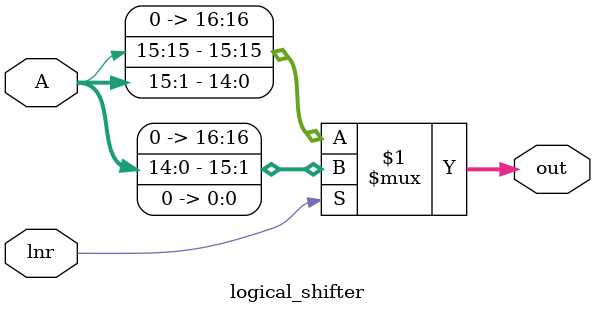
<source format=v>
module logical_shifter(
    input lnr,
    input [15:0] A,
    output [16:0] out
    );
    assign out = lnr ? {A[14:0],1'b0} : {A[15],A[15:1]};    
endmodule
</source>
